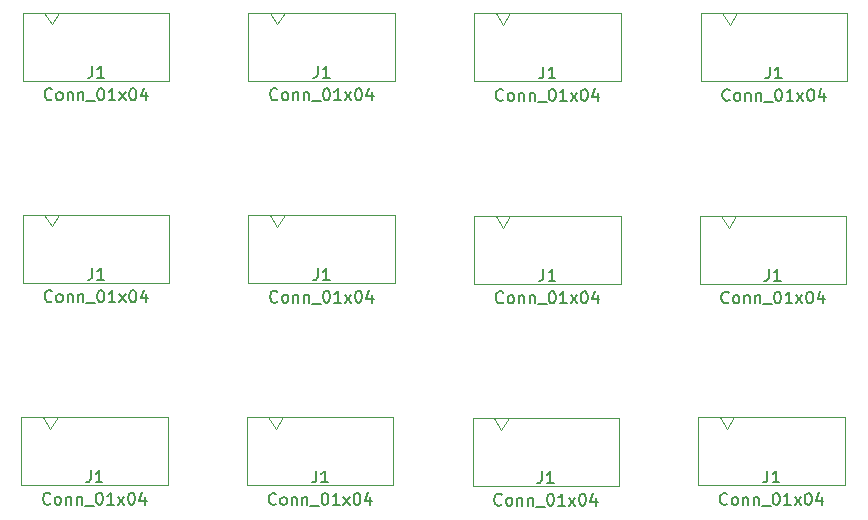
<source format=gbr>
%TF.GenerationSoftware,KiCad,Pcbnew,5.1.10-88a1d61d58~90~ubuntu20.04.1*%
%TF.CreationDate,2022-01-17T11:14:37+00:00*%
%TF.ProjectId,grove_adaptor_panel,67726f76-655f-4616-9461-70746f725f70,rev?*%
%TF.SameCoordinates,Original*%
%TF.FileFunction,Other,Fab,Top*%
%FSLAX46Y46*%
G04 Gerber Fmt 4.6, Leading zero omitted, Abs format (unit mm)*
G04 Created by KiCad (PCBNEW 5.1.10-88a1d61d58~90~ubuntu20.04.1) date 2022-01-17 11:14:37*
%MOMM*%
%LPD*%
G01*
G04 APERTURE LIST*
%ADD10C,0.100000*%
%ADD11C,0.150000*%
G04 APERTURE END LIST*
D10*
%TO.C,J1*%
X134043000Y-108672000D02*
X134043000Y-114422000D01*
X134043000Y-114422000D02*
X146443000Y-114422000D01*
X146443000Y-114422000D02*
X146443000Y-108672000D01*
X146443000Y-108672000D02*
X134043000Y-108672000D01*
X135868000Y-108672000D02*
X136493000Y-109672000D01*
X136493000Y-109672000D02*
X137118000Y-108672000D01*
X153220000Y-91527000D02*
X153220000Y-97277000D01*
X153220000Y-97277000D02*
X165620000Y-97277000D01*
X165620000Y-97277000D02*
X165620000Y-91527000D01*
X165620000Y-91527000D02*
X153220000Y-91527000D01*
X155045000Y-91527000D02*
X155670000Y-92527000D01*
X155670000Y-92527000D02*
X156295000Y-91527000D01*
X134043000Y-91527000D02*
X134043000Y-97277000D01*
X134043000Y-97277000D02*
X146443000Y-97277000D01*
X146443000Y-97277000D02*
X146443000Y-91527000D01*
X146443000Y-91527000D02*
X134043000Y-91527000D01*
X135868000Y-91527000D02*
X136493000Y-92527000D01*
X136493000Y-92527000D02*
X137118000Y-91527000D01*
X114929500Y-108608500D02*
X114929500Y-114358500D01*
X114929500Y-114358500D02*
X127329500Y-114358500D01*
X127329500Y-114358500D02*
X127329500Y-108608500D01*
X127329500Y-108608500D02*
X114929500Y-108608500D01*
X116754500Y-108608500D02*
X117379500Y-109608500D01*
X117379500Y-109608500D02*
X118004500Y-108608500D01*
X95699000Y-125715500D02*
X95699000Y-131465500D01*
X95699000Y-131465500D02*
X108099000Y-131465500D01*
X108099000Y-131465500D02*
X108099000Y-125715500D01*
X108099000Y-125715500D02*
X95699000Y-125715500D01*
X97524000Y-125715500D02*
X98149000Y-126715500D01*
X98149000Y-126715500D02*
X98774000Y-125715500D01*
X95826000Y-108570500D02*
X95826000Y-114320500D01*
X95826000Y-114320500D02*
X108226000Y-114320500D01*
X108226000Y-114320500D02*
X108226000Y-108570500D01*
X108226000Y-108570500D02*
X95826000Y-108570500D01*
X97651000Y-108570500D02*
X98276000Y-109570500D01*
X98276000Y-109570500D02*
X98901000Y-108570500D01*
X153009500Y-125737500D02*
X153009500Y-131487500D01*
X153009500Y-131487500D02*
X165409500Y-131487500D01*
X165409500Y-131487500D02*
X165409500Y-125737500D01*
X165409500Y-125737500D02*
X153009500Y-125737500D01*
X154834500Y-125737500D02*
X155459500Y-126737500D01*
X155459500Y-126737500D02*
X156084500Y-125737500D01*
X133906000Y-125801000D02*
X133906000Y-131551000D01*
X133906000Y-131551000D02*
X146306000Y-131551000D01*
X146306000Y-131551000D02*
X146306000Y-125801000D01*
X146306000Y-125801000D02*
X133906000Y-125801000D01*
X135731000Y-125801000D02*
X136356000Y-126801000D01*
X136356000Y-126801000D02*
X136981000Y-125801000D01*
X114802500Y-125737500D02*
X114802500Y-131487500D01*
X114802500Y-131487500D02*
X127202500Y-131487500D01*
X127202500Y-131487500D02*
X127202500Y-125737500D01*
X127202500Y-125737500D02*
X114802500Y-125737500D01*
X116627500Y-125737500D02*
X117252500Y-126737500D01*
X117252500Y-126737500D02*
X117877500Y-125737500D01*
X153136500Y-108675500D02*
X153136500Y-114425500D01*
X153136500Y-114425500D02*
X165536500Y-114425500D01*
X165536500Y-114425500D02*
X165536500Y-108675500D01*
X165536500Y-108675500D02*
X153136500Y-108675500D01*
X154961500Y-108675500D02*
X155586500Y-109675500D01*
X155586500Y-109675500D02*
X156211500Y-108675500D01*
X114929500Y-91467000D02*
X114929500Y-97217000D01*
X114929500Y-97217000D02*
X127329500Y-97217000D01*
X127329500Y-97217000D02*
X127329500Y-91467000D01*
X127329500Y-91467000D02*
X114929500Y-91467000D01*
X116754500Y-91467000D02*
X117379500Y-92467000D01*
X117379500Y-92467000D02*
X118004500Y-91467000D01*
X95826000Y-91467000D02*
X95826000Y-97217000D01*
X95826000Y-97217000D02*
X108226000Y-97217000D01*
X108226000Y-97217000D02*
X108226000Y-91467000D01*
X108226000Y-91467000D02*
X95826000Y-91467000D01*
X97651000Y-91467000D02*
X98276000Y-92467000D01*
X98276000Y-92467000D02*
X98901000Y-91467000D01*
%TD*%
%TO.C,J1*%
D11*
X136504904Y-115979142D02*
X136457285Y-116026761D01*
X136314428Y-116074380D01*
X136219190Y-116074380D01*
X136076333Y-116026761D01*
X135981095Y-115931523D01*
X135933476Y-115836285D01*
X135885857Y-115645809D01*
X135885857Y-115502952D01*
X135933476Y-115312476D01*
X135981095Y-115217238D01*
X136076333Y-115122000D01*
X136219190Y-115074380D01*
X136314428Y-115074380D01*
X136457285Y-115122000D01*
X136504904Y-115169619D01*
X137076333Y-116074380D02*
X136981095Y-116026761D01*
X136933476Y-115979142D01*
X136885857Y-115883904D01*
X136885857Y-115598190D01*
X136933476Y-115502952D01*
X136981095Y-115455333D01*
X137076333Y-115407714D01*
X137219190Y-115407714D01*
X137314428Y-115455333D01*
X137362047Y-115502952D01*
X137409666Y-115598190D01*
X137409666Y-115883904D01*
X137362047Y-115979142D01*
X137314428Y-116026761D01*
X137219190Y-116074380D01*
X137076333Y-116074380D01*
X137838238Y-115407714D02*
X137838238Y-116074380D01*
X137838238Y-115502952D02*
X137885857Y-115455333D01*
X137981095Y-115407714D01*
X138123952Y-115407714D01*
X138219190Y-115455333D01*
X138266809Y-115550571D01*
X138266809Y-116074380D01*
X138743000Y-115407714D02*
X138743000Y-116074380D01*
X138743000Y-115502952D02*
X138790619Y-115455333D01*
X138885857Y-115407714D01*
X139028714Y-115407714D01*
X139123952Y-115455333D01*
X139171571Y-115550571D01*
X139171571Y-116074380D01*
X139409666Y-116169619D02*
X140171571Y-116169619D01*
X140600142Y-115074380D02*
X140695380Y-115074380D01*
X140790619Y-115122000D01*
X140838238Y-115169619D01*
X140885857Y-115264857D01*
X140933476Y-115455333D01*
X140933476Y-115693428D01*
X140885857Y-115883904D01*
X140838238Y-115979142D01*
X140790619Y-116026761D01*
X140695380Y-116074380D01*
X140600142Y-116074380D01*
X140504904Y-116026761D01*
X140457285Y-115979142D01*
X140409666Y-115883904D01*
X140362047Y-115693428D01*
X140362047Y-115455333D01*
X140409666Y-115264857D01*
X140457285Y-115169619D01*
X140504904Y-115122000D01*
X140600142Y-115074380D01*
X141885857Y-116074380D02*
X141314428Y-116074380D01*
X141600142Y-116074380D02*
X141600142Y-115074380D01*
X141504904Y-115217238D01*
X141409666Y-115312476D01*
X141314428Y-115360095D01*
X142219190Y-116074380D02*
X142743000Y-115407714D01*
X142219190Y-115407714D02*
X142743000Y-116074380D01*
X143314428Y-115074380D02*
X143409666Y-115074380D01*
X143504904Y-115122000D01*
X143552523Y-115169619D01*
X143600142Y-115264857D01*
X143647761Y-115455333D01*
X143647761Y-115693428D01*
X143600142Y-115883904D01*
X143552523Y-115979142D01*
X143504904Y-116026761D01*
X143409666Y-116074380D01*
X143314428Y-116074380D01*
X143219190Y-116026761D01*
X143171571Y-115979142D01*
X143123952Y-115883904D01*
X143076333Y-115693428D01*
X143076333Y-115455333D01*
X143123952Y-115264857D01*
X143171571Y-115169619D01*
X143219190Y-115122000D01*
X143314428Y-115074380D01*
X144504904Y-115407714D02*
X144504904Y-116074380D01*
X144266809Y-115026761D02*
X144028714Y-115741047D01*
X144647761Y-115741047D01*
X139909666Y-113174380D02*
X139909666Y-113888666D01*
X139862047Y-114031523D01*
X139766809Y-114126761D01*
X139623952Y-114174380D01*
X139528714Y-114174380D01*
X140909666Y-114174380D02*
X140338238Y-114174380D01*
X140623952Y-114174380D02*
X140623952Y-113174380D01*
X140528714Y-113317238D01*
X140433476Y-113412476D01*
X140338238Y-113460095D01*
X155681904Y-98834142D02*
X155634285Y-98881761D01*
X155491428Y-98929380D01*
X155396190Y-98929380D01*
X155253333Y-98881761D01*
X155158095Y-98786523D01*
X155110476Y-98691285D01*
X155062857Y-98500809D01*
X155062857Y-98357952D01*
X155110476Y-98167476D01*
X155158095Y-98072238D01*
X155253333Y-97977000D01*
X155396190Y-97929380D01*
X155491428Y-97929380D01*
X155634285Y-97977000D01*
X155681904Y-98024619D01*
X156253333Y-98929380D02*
X156158095Y-98881761D01*
X156110476Y-98834142D01*
X156062857Y-98738904D01*
X156062857Y-98453190D01*
X156110476Y-98357952D01*
X156158095Y-98310333D01*
X156253333Y-98262714D01*
X156396190Y-98262714D01*
X156491428Y-98310333D01*
X156539047Y-98357952D01*
X156586666Y-98453190D01*
X156586666Y-98738904D01*
X156539047Y-98834142D01*
X156491428Y-98881761D01*
X156396190Y-98929380D01*
X156253333Y-98929380D01*
X157015238Y-98262714D02*
X157015238Y-98929380D01*
X157015238Y-98357952D02*
X157062857Y-98310333D01*
X157158095Y-98262714D01*
X157300952Y-98262714D01*
X157396190Y-98310333D01*
X157443809Y-98405571D01*
X157443809Y-98929380D01*
X157920000Y-98262714D02*
X157920000Y-98929380D01*
X157920000Y-98357952D02*
X157967619Y-98310333D01*
X158062857Y-98262714D01*
X158205714Y-98262714D01*
X158300952Y-98310333D01*
X158348571Y-98405571D01*
X158348571Y-98929380D01*
X158586666Y-99024619D02*
X159348571Y-99024619D01*
X159777142Y-97929380D02*
X159872380Y-97929380D01*
X159967619Y-97977000D01*
X160015238Y-98024619D01*
X160062857Y-98119857D01*
X160110476Y-98310333D01*
X160110476Y-98548428D01*
X160062857Y-98738904D01*
X160015238Y-98834142D01*
X159967619Y-98881761D01*
X159872380Y-98929380D01*
X159777142Y-98929380D01*
X159681904Y-98881761D01*
X159634285Y-98834142D01*
X159586666Y-98738904D01*
X159539047Y-98548428D01*
X159539047Y-98310333D01*
X159586666Y-98119857D01*
X159634285Y-98024619D01*
X159681904Y-97977000D01*
X159777142Y-97929380D01*
X161062857Y-98929380D02*
X160491428Y-98929380D01*
X160777142Y-98929380D02*
X160777142Y-97929380D01*
X160681904Y-98072238D01*
X160586666Y-98167476D01*
X160491428Y-98215095D01*
X161396190Y-98929380D02*
X161920000Y-98262714D01*
X161396190Y-98262714D02*
X161920000Y-98929380D01*
X162491428Y-97929380D02*
X162586666Y-97929380D01*
X162681904Y-97977000D01*
X162729523Y-98024619D01*
X162777142Y-98119857D01*
X162824761Y-98310333D01*
X162824761Y-98548428D01*
X162777142Y-98738904D01*
X162729523Y-98834142D01*
X162681904Y-98881761D01*
X162586666Y-98929380D01*
X162491428Y-98929380D01*
X162396190Y-98881761D01*
X162348571Y-98834142D01*
X162300952Y-98738904D01*
X162253333Y-98548428D01*
X162253333Y-98310333D01*
X162300952Y-98119857D01*
X162348571Y-98024619D01*
X162396190Y-97977000D01*
X162491428Y-97929380D01*
X163681904Y-98262714D02*
X163681904Y-98929380D01*
X163443809Y-97881761D02*
X163205714Y-98596047D01*
X163824761Y-98596047D01*
X159086666Y-96029380D02*
X159086666Y-96743666D01*
X159039047Y-96886523D01*
X158943809Y-96981761D01*
X158800952Y-97029380D01*
X158705714Y-97029380D01*
X160086666Y-97029380D02*
X159515238Y-97029380D01*
X159800952Y-97029380D02*
X159800952Y-96029380D01*
X159705714Y-96172238D01*
X159610476Y-96267476D01*
X159515238Y-96315095D01*
X136504904Y-98834142D02*
X136457285Y-98881761D01*
X136314428Y-98929380D01*
X136219190Y-98929380D01*
X136076333Y-98881761D01*
X135981095Y-98786523D01*
X135933476Y-98691285D01*
X135885857Y-98500809D01*
X135885857Y-98357952D01*
X135933476Y-98167476D01*
X135981095Y-98072238D01*
X136076333Y-97977000D01*
X136219190Y-97929380D01*
X136314428Y-97929380D01*
X136457285Y-97977000D01*
X136504904Y-98024619D01*
X137076333Y-98929380D02*
X136981095Y-98881761D01*
X136933476Y-98834142D01*
X136885857Y-98738904D01*
X136885857Y-98453190D01*
X136933476Y-98357952D01*
X136981095Y-98310333D01*
X137076333Y-98262714D01*
X137219190Y-98262714D01*
X137314428Y-98310333D01*
X137362047Y-98357952D01*
X137409666Y-98453190D01*
X137409666Y-98738904D01*
X137362047Y-98834142D01*
X137314428Y-98881761D01*
X137219190Y-98929380D01*
X137076333Y-98929380D01*
X137838238Y-98262714D02*
X137838238Y-98929380D01*
X137838238Y-98357952D02*
X137885857Y-98310333D01*
X137981095Y-98262714D01*
X138123952Y-98262714D01*
X138219190Y-98310333D01*
X138266809Y-98405571D01*
X138266809Y-98929380D01*
X138743000Y-98262714D02*
X138743000Y-98929380D01*
X138743000Y-98357952D02*
X138790619Y-98310333D01*
X138885857Y-98262714D01*
X139028714Y-98262714D01*
X139123952Y-98310333D01*
X139171571Y-98405571D01*
X139171571Y-98929380D01*
X139409666Y-99024619D02*
X140171571Y-99024619D01*
X140600142Y-97929380D02*
X140695380Y-97929380D01*
X140790619Y-97977000D01*
X140838238Y-98024619D01*
X140885857Y-98119857D01*
X140933476Y-98310333D01*
X140933476Y-98548428D01*
X140885857Y-98738904D01*
X140838238Y-98834142D01*
X140790619Y-98881761D01*
X140695380Y-98929380D01*
X140600142Y-98929380D01*
X140504904Y-98881761D01*
X140457285Y-98834142D01*
X140409666Y-98738904D01*
X140362047Y-98548428D01*
X140362047Y-98310333D01*
X140409666Y-98119857D01*
X140457285Y-98024619D01*
X140504904Y-97977000D01*
X140600142Y-97929380D01*
X141885857Y-98929380D02*
X141314428Y-98929380D01*
X141600142Y-98929380D02*
X141600142Y-97929380D01*
X141504904Y-98072238D01*
X141409666Y-98167476D01*
X141314428Y-98215095D01*
X142219190Y-98929380D02*
X142743000Y-98262714D01*
X142219190Y-98262714D02*
X142743000Y-98929380D01*
X143314428Y-97929380D02*
X143409666Y-97929380D01*
X143504904Y-97977000D01*
X143552523Y-98024619D01*
X143600142Y-98119857D01*
X143647761Y-98310333D01*
X143647761Y-98548428D01*
X143600142Y-98738904D01*
X143552523Y-98834142D01*
X143504904Y-98881761D01*
X143409666Y-98929380D01*
X143314428Y-98929380D01*
X143219190Y-98881761D01*
X143171571Y-98834142D01*
X143123952Y-98738904D01*
X143076333Y-98548428D01*
X143076333Y-98310333D01*
X143123952Y-98119857D01*
X143171571Y-98024619D01*
X143219190Y-97977000D01*
X143314428Y-97929380D01*
X144504904Y-98262714D02*
X144504904Y-98929380D01*
X144266809Y-97881761D02*
X144028714Y-98596047D01*
X144647761Y-98596047D01*
X139909666Y-96029380D02*
X139909666Y-96743666D01*
X139862047Y-96886523D01*
X139766809Y-96981761D01*
X139623952Y-97029380D01*
X139528714Y-97029380D01*
X140909666Y-97029380D02*
X140338238Y-97029380D01*
X140623952Y-97029380D02*
X140623952Y-96029380D01*
X140528714Y-96172238D01*
X140433476Y-96267476D01*
X140338238Y-96315095D01*
X117391404Y-115915642D02*
X117343785Y-115963261D01*
X117200928Y-116010880D01*
X117105690Y-116010880D01*
X116962833Y-115963261D01*
X116867595Y-115868023D01*
X116819976Y-115772785D01*
X116772357Y-115582309D01*
X116772357Y-115439452D01*
X116819976Y-115248976D01*
X116867595Y-115153738D01*
X116962833Y-115058500D01*
X117105690Y-115010880D01*
X117200928Y-115010880D01*
X117343785Y-115058500D01*
X117391404Y-115106119D01*
X117962833Y-116010880D02*
X117867595Y-115963261D01*
X117819976Y-115915642D01*
X117772357Y-115820404D01*
X117772357Y-115534690D01*
X117819976Y-115439452D01*
X117867595Y-115391833D01*
X117962833Y-115344214D01*
X118105690Y-115344214D01*
X118200928Y-115391833D01*
X118248547Y-115439452D01*
X118296166Y-115534690D01*
X118296166Y-115820404D01*
X118248547Y-115915642D01*
X118200928Y-115963261D01*
X118105690Y-116010880D01*
X117962833Y-116010880D01*
X118724738Y-115344214D02*
X118724738Y-116010880D01*
X118724738Y-115439452D02*
X118772357Y-115391833D01*
X118867595Y-115344214D01*
X119010452Y-115344214D01*
X119105690Y-115391833D01*
X119153309Y-115487071D01*
X119153309Y-116010880D01*
X119629500Y-115344214D02*
X119629500Y-116010880D01*
X119629500Y-115439452D02*
X119677119Y-115391833D01*
X119772357Y-115344214D01*
X119915214Y-115344214D01*
X120010452Y-115391833D01*
X120058071Y-115487071D01*
X120058071Y-116010880D01*
X120296166Y-116106119D02*
X121058071Y-116106119D01*
X121486642Y-115010880D02*
X121581880Y-115010880D01*
X121677119Y-115058500D01*
X121724738Y-115106119D01*
X121772357Y-115201357D01*
X121819976Y-115391833D01*
X121819976Y-115629928D01*
X121772357Y-115820404D01*
X121724738Y-115915642D01*
X121677119Y-115963261D01*
X121581880Y-116010880D01*
X121486642Y-116010880D01*
X121391404Y-115963261D01*
X121343785Y-115915642D01*
X121296166Y-115820404D01*
X121248547Y-115629928D01*
X121248547Y-115391833D01*
X121296166Y-115201357D01*
X121343785Y-115106119D01*
X121391404Y-115058500D01*
X121486642Y-115010880D01*
X122772357Y-116010880D02*
X122200928Y-116010880D01*
X122486642Y-116010880D02*
X122486642Y-115010880D01*
X122391404Y-115153738D01*
X122296166Y-115248976D01*
X122200928Y-115296595D01*
X123105690Y-116010880D02*
X123629500Y-115344214D01*
X123105690Y-115344214D02*
X123629500Y-116010880D01*
X124200928Y-115010880D02*
X124296166Y-115010880D01*
X124391404Y-115058500D01*
X124439023Y-115106119D01*
X124486642Y-115201357D01*
X124534261Y-115391833D01*
X124534261Y-115629928D01*
X124486642Y-115820404D01*
X124439023Y-115915642D01*
X124391404Y-115963261D01*
X124296166Y-116010880D01*
X124200928Y-116010880D01*
X124105690Y-115963261D01*
X124058071Y-115915642D01*
X124010452Y-115820404D01*
X123962833Y-115629928D01*
X123962833Y-115391833D01*
X124010452Y-115201357D01*
X124058071Y-115106119D01*
X124105690Y-115058500D01*
X124200928Y-115010880D01*
X125391404Y-115344214D02*
X125391404Y-116010880D01*
X125153309Y-114963261D02*
X124915214Y-115677547D01*
X125534261Y-115677547D01*
X120796166Y-113110880D02*
X120796166Y-113825166D01*
X120748547Y-113968023D01*
X120653309Y-114063261D01*
X120510452Y-114110880D01*
X120415214Y-114110880D01*
X121796166Y-114110880D02*
X121224738Y-114110880D01*
X121510452Y-114110880D02*
X121510452Y-113110880D01*
X121415214Y-113253738D01*
X121319976Y-113348976D01*
X121224738Y-113396595D01*
X98160904Y-133022642D02*
X98113285Y-133070261D01*
X97970428Y-133117880D01*
X97875190Y-133117880D01*
X97732333Y-133070261D01*
X97637095Y-132975023D01*
X97589476Y-132879785D01*
X97541857Y-132689309D01*
X97541857Y-132546452D01*
X97589476Y-132355976D01*
X97637095Y-132260738D01*
X97732333Y-132165500D01*
X97875190Y-132117880D01*
X97970428Y-132117880D01*
X98113285Y-132165500D01*
X98160904Y-132213119D01*
X98732333Y-133117880D02*
X98637095Y-133070261D01*
X98589476Y-133022642D01*
X98541857Y-132927404D01*
X98541857Y-132641690D01*
X98589476Y-132546452D01*
X98637095Y-132498833D01*
X98732333Y-132451214D01*
X98875190Y-132451214D01*
X98970428Y-132498833D01*
X99018047Y-132546452D01*
X99065666Y-132641690D01*
X99065666Y-132927404D01*
X99018047Y-133022642D01*
X98970428Y-133070261D01*
X98875190Y-133117880D01*
X98732333Y-133117880D01*
X99494238Y-132451214D02*
X99494238Y-133117880D01*
X99494238Y-132546452D02*
X99541857Y-132498833D01*
X99637095Y-132451214D01*
X99779952Y-132451214D01*
X99875190Y-132498833D01*
X99922809Y-132594071D01*
X99922809Y-133117880D01*
X100399000Y-132451214D02*
X100399000Y-133117880D01*
X100399000Y-132546452D02*
X100446619Y-132498833D01*
X100541857Y-132451214D01*
X100684714Y-132451214D01*
X100779952Y-132498833D01*
X100827571Y-132594071D01*
X100827571Y-133117880D01*
X101065666Y-133213119D02*
X101827571Y-133213119D01*
X102256142Y-132117880D02*
X102351380Y-132117880D01*
X102446619Y-132165500D01*
X102494238Y-132213119D01*
X102541857Y-132308357D01*
X102589476Y-132498833D01*
X102589476Y-132736928D01*
X102541857Y-132927404D01*
X102494238Y-133022642D01*
X102446619Y-133070261D01*
X102351380Y-133117880D01*
X102256142Y-133117880D01*
X102160904Y-133070261D01*
X102113285Y-133022642D01*
X102065666Y-132927404D01*
X102018047Y-132736928D01*
X102018047Y-132498833D01*
X102065666Y-132308357D01*
X102113285Y-132213119D01*
X102160904Y-132165500D01*
X102256142Y-132117880D01*
X103541857Y-133117880D02*
X102970428Y-133117880D01*
X103256142Y-133117880D02*
X103256142Y-132117880D01*
X103160904Y-132260738D01*
X103065666Y-132355976D01*
X102970428Y-132403595D01*
X103875190Y-133117880D02*
X104399000Y-132451214D01*
X103875190Y-132451214D02*
X104399000Y-133117880D01*
X104970428Y-132117880D02*
X105065666Y-132117880D01*
X105160904Y-132165500D01*
X105208523Y-132213119D01*
X105256142Y-132308357D01*
X105303761Y-132498833D01*
X105303761Y-132736928D01*
X105256142Y-132927404D01*
X105208523Y-133022642D01*
X105160904Y-133070261D01*
X105065666Y-133117880D01*
X104970428Y-133117880D01*
X104875190Y-133070261D01*
X104827571Y-133022642D01*
X104779952Y-132927404D01*
X104732333Y-132736928D01*
X104732333Y-132498833D01*
X104779952Y-132308357D01*
X104827571Y-132213119D01*
X104875190Y-132165500D01*
X104970428Y-132117880D01*
X106160904Y-132451214D02*
X106160904Y-133117880D01*
X105922809Y-132070261D02*
X105684714Y-132784547D01*
X106303761Y-132784547D01*
X101565666Y-130217880D02*
X101565666Y-130932166D01*
X101518047Y-131075023D01*
X101422809Y-131170261D01*
X101279952Y-131217880D01*
X101184714Y-131217880D01*
X102565666Y-131217880D02*
X101994238Y-131217880D01*
X102279952Y-131217880D02*
X102279952Y-130217880D01*
X102184714Y-130360738D01*
X102089476Y-130455976D01*
X101994238Y-130503595D01*
X98287904Y-115877642D02*
X98240285Y-115925261D01*
X98097428Y-115972880D01*
X98002190Y-115972880D01*
X97859333Y-115925261D01*
X97764095Y-115830023D01*
X97716476Y-115734785D01*
X97668857Y-115544309D01*
X97668857Y-115401452D01*
X97716476Y-115210976D01*
X97764095Y-115115738D01*
X97859333Y-115020500D01*
X98002190Y-114972880D01*
X98097428Y-114972880D01*
X98240285Y-115020500D01*
X98287904Y-115068119D01*
X98859333Y-115972880D02*
X98764095Y-115925261D01*
X98716476Y-115877642D01*
X98668857Y-115782404D01*
X98668857Y-115496690D01*
X98716476Y-115401452D01*
X98764095Y-115353833D01*
X98859333Y-115306214D01*
X99002190Y-115306214D01*
X99097428Y-115353833D01*
X99145047Y-115401452D01*
X99192666Y-115496690D01*
X99192666Y-115782404D01*
X99145047Y-115877642D01*
X99097428Y-115925261D01*
X99002190Y-115972880D01*
X98859333Y-115972880D01*
X99621238Y-115306214D02*
X99621238Y-115972880D01*
X99621238Y-115401452D02*
X99668857Y-115353833D01*
X99764095Y-115306214D01*
X99906952Y-115306214D01*
X100002190Y-115353833D01*
X100049809Y-115449071D01*
X100049809Y-115972880D01*
X100526000Y-115306214D02*
X100526000Y-115972880D01*
X100526000Y-115401452D02*
X100573619Y-115353833D01*
X100668857Y-115306214D01*
X100811714Y-115306214D01*
X100906952Y-115353833D01*
X100954571Y-115449071D01*
X100954571Y-115972880D01*
X101192666Y-116068119D02*
X101954571Y-116068119D01*
X102383142Y-114972880D02*
X102478380Y-114972880D01*
X102573619Y-115020500D01*
X102621238Y-115068119D01*
X102668857Y-115163357D01*
X102716476Y-115353833D01*
X102716476Y-115591928D01*
X102668857Y-115782404D01*
X102621238Y-115877642D01*
X102573619Y-115925261D01*
X102478380Y-115972880D01*
X102383142Y-115972880D01*
X102287904Y-115925261D01*
X102240285Y-115877642D01*
X102192666Y-115782404D01*
X102145047Y-115591928D01*
X102145047Y-115353833D01*
X102192666Y-115163357D01*
X102240285Y-115068119D01*
X102287904Y-115020500D01*
X102383142Y-114972880D01*
X103668857Y-115972880D02*
X103097428Y-115972880D01*
X103383142Y-115972880D02*
X103383142Y-114972880D01*
X103287904Y-115115738D01*
X103192666Y-115210976D01*
X103097428Y-115258595D01*
X104002190Y-115972880D02*
X104526000Y-115306214D01*
X104002190Y-115306214D02*
X104526000Y-115972880D01*
X105097428Y-114972880D02*
X105192666Y-114972880D01*
X105287904Y-115020500D01*
X105335523Y-115068119D01*
X105383142Y-115163357D01*
X105430761Y-115353833D01*
X105430761Y-115591928D01*
X105383142Y-115782404D01*
X105335523Y-115877642D01*
X105287904Y-115925261D01*
X105192666Y-115972880D01*
X105097428Y-115972880D01*
X105002190Y-115925261D01*
X104954571Y-115877642D01*
X104906952Y-115782404D01*
X104859333Y-115591928D01*
X104859333Y-115353833D01*
X104906952Y-115163357D01*
X104954571Y-115068119D01*
X105002190Y-115020500D01*
X105097428Y-114972880D01*
X106287904Y-115306214D02*
X106287904Y-115972880D01*
X106049809Y-114925261D02*
X105811714Y-115639547D01*
X106430761Y-115639547D01*
X101692666Y-113072880D02*
X101692666Y-113787166D01*
X101645047Y-113930023D01*
X101549809Y-114025261D01*
X101406952Y-114072880D01*
X101311714Y-114072880D01*
X102692666Y-114072880D02*
X102121238Y-114072880D01*
X102406952Y-114072880D02*
X102406952Y-113072880D01*
X102311714Y-113215738D01*
X102216476Y-113310976D01*
X102121238Y-113358595D01*
X155471404Y-133044642D02*
X155423785Y-133092261D01*
X155280928Y-133139880D01*
X155185690Y-133139880D01*
X155042833Y-133092261D01*
X154947595Y-132997023D01*
X154899976Y-132901785D01*
X154852357Y-132711309D01*
X154852357Y-132568452D01*
X154899976Y-132377976D01*
X154947595Y-132282738D01*
X155042833Y-132187500D01*
X155185690Y-132139880D01*
X155280928Y-132139880D01*
X155423785Y-132187500D01*
X155471404Y-132235119D01*
X156042833Y-133139880D02*
X155947595Y-133092261D01*
X155899976Y-133044642D01*
X155852357Y-132949404D01*
X155852357Y-132663690D01*
X155899976Y-132568452D01*
X155947595Y-132520833D01*
X156042833Y-132473214D01*
X156185690Y-132473214D01*
X156280928Y-132520833D01*
X156328547Y-132568452D01*
X156376166Y-132663690D01*
X156376166Y-132949404D01*
X156328547Y-133044642D01*
X156280928Y-133092261D01*
X156185690Y-133139880D01*
X156042833Y-133139880D01*
X156804738Y-132473214D02*
X156804738Y-133139880D01*
X156804738Y-132568452D02*
X156852357Y-132520833D01*
X156947595Y-132473214D01*
X157090452Y-132473214D01*
X157185690Y-132520833D01*
X157233309Y-132616071D01*
X157233309Y-133139880D01*
X157709500Y-132473214D02*
X157709500Y-133139880D01*
X157709500Y-132568452D02*
X157757119Y-132520833D01*
X157852357Y-132473214D01*
X157995214Y-132473214D01*
X158090452Y-132520833D01*
X158138071Y-132616071D01*
X158138071Y-133139880D01*
X158376166Y-133235119D02*
X159138071Y-133235119D01*
X159566642Y-132139880D02*
X159661880Y-132139880D01*
X159757119Y-132187500D01*
X159804738Y-132235119D01*
X159852357Y-132330357D01*
X159899976Y-132520833D01*
X159899976Y-132758928D01*
X159852357Y-132949404D01*
X159804738Y-133044642D01*
X159757119Y-133092261D01*
X159661880Y-133139880D01*
X159566642Y-133139880D01*
X159471404Y-133092261D01*
X159423785Y-133044642D01*
X159376166Y-132949404D01*
X159328547Y-132758928D01*
X159328547Y-132520833D01*
X159376166Y-132330357D01*
X159423785Y-132235119D01*
X159471404Y-132187500D01*
X159566642Y-132139880D01*
X160852357Y-133139880D02*
X160280928Y-133139880D01*
X160566642Y-133139880D02*
X160566642Y-132139880D01*
X160471404Y-132282738D01*
X160376166Y-132377976D01*
X160280928Y-132425595D01*
X161185690Y-133139880D02*
X161709500Y-132473214D01*
X161185690Y-132473214D02*
X161709500Y-133139880D01*
X162280928Y-132139880D02*
X162376166Y-132139880D01*
X162471404Y-132187500D01*
X162519023Y-132235119D01*
X162566642Y-132330357D01*
X162614261Y-132520833D01*
X162614261Y-132758928D01*
X162566642Y-132949404D01*
X162519023Y-133044642D01*
X162471404Y-133092261D01*
X162376166Y-133139880D01*
X162280928Y-133139880D01*
X162185690Y-133092261D01*
X162138071Y-133044642D01*
X162090452Y-132949404D01*
X162042833Y-132758928D01*
X162042833Y-132520833D01*
X162090452Y-132330357D01*
X162138071Y-132235119D01*
X162185690Y-132187500D01*
X162280928Y-132139880D01*
X163471404Y-132473214D02*
X163471404Y-133139880D01*
X163233309Y-132092261D02*
X162995214Y-132806547D01*
X163614261Y-132806547D01*
X158876166Y-130239880D02*
X158876166Y-130954166D01*
X158828547Y-131097023D01*
X158733309Y-131192261D01*
X158590452Y-131239880D01*
X158495214Y-131239880D01*
X159876166Y-131239880D02*
X159304738Y-131239880D01*
X159590452Y-131239880D02*
X159590452Y-130239880D01*
X159495214Y-130382738D01*
X159399976Y-130477976D01*
X159304738Y-130525595D01*
X136367904Y-133108142D02*
X136320285Y-133155761D01*
X136177428Y-133203380D01*
X136082190Y-133203380D01*
X135939333Y-133155761D01*
X135844095Y-133060523D01*
X135796476Y-132965285D01*
X135748857Y-132774809D01*
X135748857Y-132631952D01*
X135796476Y-132441476D01*
X135844095Y-132346238D01*
X135939333Y-132251000D01*
X136082190Y-132203380D01*
X136177428Y-132203380D01*
X136320285Y-132251000D01*
X136367904Y-132298619D01*
X136939333Y-133203380D02*
X136844095Y-133155761D01*
X136796476Y-133108142D01*
X136748857Y-133012904D01*
X136748857Y-132727190D01*
X136796476Y-132631952D01*
X136844095Y-132584333D01*
X136939333Y-132536714D01*
X137082190Y-132536714D01*
X137177428Y-132584333D01*
X137225047Y-132631952D01*
X137272666Y-132727190D01*
X137272666Y-133012904D01*
X137225047Y-133108142D01*
X137177428Y-133155761D01*
X137082190Y-133203380D01*
X136939333Y-133203380D01*
X137701238Y-132536714D02*
X137701238Y-133203380D01*
X137701238Y-132631952D02*
X137748857Y-132584333D01*
X137844095Y-132536714D01*
X137986952Y-132536714D01*
X138082190Y-132584333D01*
X138129809Y-132679571D01*
X138129809Y-133203380D01*
X138606000Y-132536714D02*
X138606000Y-133203380D01*
X138606000Y-132631952D02*
X138653619Y-132584333D01*
X138748857Y-132536714D01*
X138891714Y-132536714D01*
X138986952Y-132584333D01*
X139034571Y-132679571D01*
X139034571Y-133203380D01*
X139272666Y-133298619D02*
X140034571Y-133298619D01*
X140463142Y-132203380D02*
X140558380Y-132203380D01*
X140653619Y-132251000D01*
X140701238Y-132298619D01*
X140748857Y-132393857D01*
X140796476Y-132584333D01*
X140796476Y-132822428D01*
X140748857Y-133012904D01*
X140701238Y-133108142D01*
X140653619Y-133155761D01*
X140558380Y-133203380D01*
X140463142Y-133203380D01*
X140367904Y-133155761D01*
X140320285Y-133108142D01*
X140272666Y-133012904D01*
X140225047Y-132822428D01*
X140225047Y-132584333D01*
X140272666Y-132393857D01*
X140320285Y-132298619D01*
X140367904Y-132251000D01*
X140463142Y-132203380D01*
X141748857Y-133203380D02*
X141177428Y-133203380D01*
X141463142Y-133203380D02*
X141463142Y-132203380D01*
X141367904Y-132346238D01*
X141272666Y-132441476D01*
X141177428Y-132489095D01*
X142082190Y-133203380D02*
X142606000Y-132536714D01*
X142082190Y-132536714D02*
X142606000Y-133203380D01*
X143177428Y-132203380D02*
X143272666Y-132203380D01*
X143367904Y-132251000D01*
X143415523Y-132298619D01*
X143463142Y-132393857D01*
X143510761Y-132584333D01*
X143510761Y-132822428D01*
X143463142Y-133012904D01*
X143415523Y-133108142D01*
X143367904Y-133155761D01*
X143272666Y-133203380D01*
X143177428Y-133203380D01*
X143082190Y-133155761D01*
X143034571Y-133108142D01*
X142986952Y-133012904D01*
X142939333Y-132822428D01*
X142939333Y-132584333D01*
X142986952Y-132393857D01*
X143034571Y-132298619D01*
X143082190Y-132251000D01*
X143177428Y-132203380D01*
X144367904Y-132536714D02*
X144367904Y-133203380D01*
X144129809Y-132155761D02*
X143891714Y-132870047D01*
X144510761Y-132870047D01*
X139772666Y-130303380D02*
X139772666Y-131017666D01*
X139725047Y-131160523D01*
X139629809Y-131255761D01*
X139486952Y-131303380D01*
X139391714Y-131303380D01*
X140772666Y-131303380D02*
X140201238Y-131303380D01*
X140486952Y-131303380D02*
X140486952Y-130303380D01*
X140391714Y-130446238D01*
X140296476Y-130541476D01*
X140201238Y-130589095D01*
X117264404Y-133044642D02*
X117216785Y-133092261D01*
X117073928Y-133139880D01*
X116978690Y-133139880D01*
X116835833Y-133092261D01*
X116740595Y-132997023D01*
X116692976Y-132901785D01*
X116645357Y-132711309D01*
X116645357Y-132568452D01*
X116692976Y-132377976D01*
X116740595Y-132282738D01*
X116835833Y-132187500D01*
X116978690Y-132139880D01*
X117073928Y-132139880D01*
X117216785Y-132187500D01*
X117264404Y-132235119D01*
X117835833Y-133139880D02*
X117740595Y-133092261D01*
X117692976Y-133044642D01*
X117645357Y-132949404D01*
X117645357Y-132663690D01*
X117692976Y-132568452D01*
X117740595Y-132520833D01*
X117835833Y-132473214D01*
X117978690Y-132473214D01*
X118073928Y-132520833D01*
X118121547Y-132568452D01*
X118169166Y-132663690D01*
X118169166Y-132949404D01*
X118121547Y-133044642D01*
X118073928Y-133092261D01*
X117978690Y-133139880D01*
X117835833Y-133139880D01*
X118597738Y-132473214D02*
X118597738Y-133139880D01*
X118597738Y-132568452D02*
X118645357Y-132520833D01*
X118740595Y-132473214D01*
X118883452Y-132473214D01*
X118978690Y-132520833D01*
X119026309Y-132616071D01*
X119026309Y-133139880D01*
X119502500Y-132473214D02*
X119502500Y-133139880D01*
X119502500Y-132568452D02*
X119550119Y-132520833D01*
X119645357Y-132473214D01*
X119788214Y-132473214D01*
X119883452Y-132520833D01*
X119931071Y-132616071D01*
X119931071Y-133139880D01*
X120169166Y-133235119D02*
X120931071Y-133235119D01*
X121359642Y-132139880D02*
X121454880Y-132139880D01*
X121550119Y-132187500D01*
X121597738Y-132235119D01*
X121645357Y-132330357D01*
X121692976Y-132520833D01*
X121692976Y-132758928D01*
X121645357Y-132949404D01*
X121597738Y-133044642D01*
X121550119Y-133092261D01*
X121454880Y-133139880D01*
X121359642Y-133139880D01*
X121264404Y-133092261D01*
X121216785Y-133044642D01*
X121169166Y-132949404D01*
X121121547Y-132758928D01*
X121121547Y-132520833D01*
X121169166Y-132330357D01*
X121216785Y-132235119D01*
X121264404Y-132187500D01*
X121359642Y-132139880D01*
X122645357Y-133139880D02*
X122073928Y-133139880D01*
X122359642Y-133139880D02*
X122359642Y-132139880D01*
X122264404Y-132282738D01*
X122169166Y-132377976D01*
X122073928Y-132425595D01*
X122978690Y-133139880D02*
X123502500Y-132473214D01*
X122978690Y-132473214D02*
X123502500Y-133139880D01*
X124073928Y-132139880D02*
X124169166Y-132139880D01*
X124264404Y-132187500D01*
X124312023Y-132235119D01*
X124359642Y-132330357D01*
X124407261Y-132520833D01*
X124407261Y-132758928D01*
X124359642Y-132949404D01*
X124312023Y-133044642D01*
X124264404Y-133092261D01*
X124169166Y-133139880D01*
X124073928Y-133139880D01*
X123978690Y-133092261D01*
X123931071Y-133044642D01*
X123883452Y-132949404D01*
X123835833Y-132758928D01*
X123835833Y-132520833D01*
X123883452Y-132330357D01*
X123931071Y-132235119D01*
X123978690Y-132187500D01*
X124073928Y-132139880D01*
X125264404Y-132473214D02*
X125264404Y-133139880D01*
X125026309Y-132092261D02*
X124788214Y-132806547D01*
X125407261Y-132806547D01*
X120669166Y-130239880D02*
X120669166Y-130954166D01*
X120621547Y-131097023D01*
X120526309Y-131192261D01*
X120383452Y-131239880D01*
X120288214Y-131239880D01*
X121669166Y-131239880D02*
X121097738Y-131239880D01*
X121383452Y-131239880D02*
X121383452Y-130239880D01*
X121288214Y-130382738D01*
X121192976Y-130477976D01*
X121097738Y-130525595D01*
X155598404Y-115982642D02*
X155550785Y-116030261D01*
X155407928Y-116077880D01*
X155312690Y-116077880D01*
X155169833Y-116030261D01*
X155074595Y-115935023D01*
X155026976Y-115839785D01*
X154979357Y-115649309D01*
X154979357Y-115506452D01*
X155026976Y-115315976D01*
X155074595Y-115220738D01*
X155169833Y-115125500D01*
X155312690Y-115077880D01*
X155407928Y-115077880D01*
X155550785Y-115125500D01*
X155598404Y-115173119D01*
X156169833Y-116077880D02*
X156074595Y-116030261D01*
X156026976Y-115982642D01*
X155979357Y-115887404D01*
X155979357Y-115601690D01*
X156026976Y-115506452D01*
X156074595Y-115458833D01*
X156169833Y-115411214D01*
X156312690Y-115411214D01*
X156407928Y-115458833D01*
X156455547Y-115506452D01*
X156503166Y-115601690D01*
X156503166Y-115887404D01*
X156455547Y-115982642D01*
X156407928Y-116030261D01*
X156312690Y-116077880D01*
X156169833Y-116077880D01*
X156931738Y-115411214D02*
X156931738Y-116077880D01*
X156931738Y-115506452D02*
X156979357Y-115458833D01*
X157074595Y-115411214D01*
X157217452Y-115411214D01*
X157312690Y-115458833D01*
X157360309Y-115554071D01*
X157360309Y-116077880D01*
X157836500Y-115411214D02*
X157836500Y-116077880D01*
X157836500Y-115506452D02*
X157884119Y-115458833D01*
X157979357Y-115411214D01*
X158122214Y-115411214D01*
X158217452Y-115458833D01*
X158265071Y-115554071D01*
X158265071Y-116077880D01*
X158503166Y-116173119D02*
X159265071Y-116173119D01*
X159693642Y-115077880D02*
X159788880Y-115077880D01*
X159884119Y-115125500D01*
X159931738Y-115173119D01*
X159979357Y-115268357D01*
X160026976Y-115458833D01*
X160026976Y-115696928D01*
X159979357Y-115887404D01*
X159931738Y-115982642D01*
X159884119Y-116030261D01*
X159788880Y-116077880D01*
X159693642Y-116077880D01*
X159598404Y-116030261D01*
X159550785Y-115982642D01*
X159503166Y-115887404D01*
X159455547Y-115696928D01*
X159455547Y-115458833D01*
X159503166Y-115268357D01*
X159550785Y-115173119D01*
X159598404Y-115125500D01*
X159693642Y-115077880D01*
X160979357Y-116077880D02*
X160407928Y-116077880D01*
X160693642Y-116077880D02*
X160693642Y-115077880D01*
X160598404Y-115220738D01*
X160503166Y-115315976D01*
X160407928Y-115363595D01*
X161312690Y-116077880D02*
X161836500Y-115411214D01*
X161312690Y-115411214D02*
X161836500Y-116077880D01*
X162407928Y-115077880D02*
X162503166Y-115077880D01*
X162598404Y-115125500D01*
X162646023Y-115173119D01*
X162693642Y-115268357D01*
X162741261Y-115458833D01*
X162741261Y-115696928D01*
X162693642Y-115887404D01*
X162646023Y-115982642D01*
X162598404Y-116030261D01*
X162503166Y-116077880D01*
X162407928Y-116077880D01*
X162312690Y-116030261D01*
X162265071Y-115982642D01*
X162217452Y-115887404D01*
X162169833Y-115696928D01*
X162169833Y-115458833D01*
X162217452Y-115268357D01*
X162265071Y-115173119D01*
X162312690Y-115125500D01*
X162407928Y-115077880D01*
X163598404Y-115411214D02*
X163598404Y-116077880D01*
X163360309Y-115030261D02*
X163122214Y-115744547D01*
X163741261Y-115744547D01*
X159003166Y-113177880D02*
X159003166Y-113892166D01*
X158955547Y-114035023D01*
X158860309Y-114130261D01*
X158717452Y-114177880D01*
X158622214Y-114177880D01*
X160003166Y-114177880D02*
X159431738Y-114177880D01*
X159717452Y-114177880D02*
X159717452Y-113177880D01*
X159622214Y-113320738D01*
X159526976Y-113415976D01*
X159431738Y-113463595D01*
X117391404Y-98774142D02*
X117343785Y-98821761D01*
X117200928Y-98869380D01*
X117105690Y-98869380D01*
X116962833Y-98821761D01*
X116867595Y-98726523D01*
X116819976Y-98631285D01*
X116772357Y-98440809D01*
X116772357Y-98297952D01*
X116819976Y-98107476D01*
X116867595Y-98012238D01*
X116962833Y-97917000D01*
X117105690Y-97869380D01*
X117200928Y-97869380D01*
X117343785Y-97917000D01*
X117391404Y-97964619D01*
X117962833Y-98869380D02*
X117867595Y-98821761D01*
X117819976Y-98774142D01*
X117772357Y-98678904D01*
X117772357Y-98393190D01*
X117819976Y-98297952D01*
X117867595Y-98250333D01*
X117962833Y-98202714D01*
X118105690Y-98202714D01*
X118200928Y-98250333D01*
X118248547Y-98297952D01*
X118296166Y-98393190D01*
X118296166Y-98678904D01*
X118248547Y-98774142D01*
X118200928Y-98821761D01*
X118105690Y-98869380D01*
X117962833Y-98869380D01*
X118724738Y-98202714D02*
X118724738Y-98869380D01*
X118724738Y-98297952D02*
X118772357Y-98250333D01*
X118867595Y-98202714D01*
X119010452Y-98202714D01*
X119105690Y-98250333D01*
X119153309Y-98345571D01*
X119153309Y-98869380D01*
X119629500Y-98202714D02*
X119629500Y-98869380D01*
X119629500Y-98297952D02*
X119677119Y-98250333D01*
X119772357Y-98202714D01*
X119915214Y-98202714D01*
X120010452Y-98250333D01*
X120058071Y-98345571D01*
X120058071Y-98869380D01*
X120296166Y-98964619D02*
X121058071Y-98964619D01*
X121486642Y-97869380D02*
X121581880Y-97869380D01*
X121677119Y-97917000D01*
X121724738Y-97964619D01*
X121772357Y-98059857D01*
X121819976Y-98250333D01*
X121819976Y-98488428D01*
X121772357Y-98678904D01*
X121724738Y-98774142D01*
X121677119Y-98821761D01*
X121581880Y-98869380D01*
X121486642Y-98869380D01*
X121391404Y-98821761D01*
X121343785Y-98774142D01*
X121296166Y-98678904D01*
X121248547Y-98488428D01*
X121248547Y-98250333D01*
X121296166Y-98059857D01*
X121343785Y-97964619D01*
X121391404Y-97917000D01*
X121486642Y-97869380D01*
X122772357Y-98869380D02*
X122200928Y-98869380D01*
X122486642Y-98869380D02*
X122486642Y-97869380D01*
X122391404Y-98012238D01*
X122296166Y-98107476D01*
X122200928Y-98155095D01*
X123105690Y-98869380D02*
X123629500Y-98202714D01*
X123105690Y-98202714D02*
X123629500Y-98869380D01*
X124200928Y-97869380D02*
X124296166Y-97869380D01*
X124391404Y-97917000D01*
X124439023Y-97964619D01*
X124486642Y-98059857D01*
X124534261Y-98250333D01*
X124534261Y-98488428D01*
X124486642Y-98678904D01*
X124439023Y-98774142D01*
X124391404Y-98821761D01*
X124296166Y-98869380D01*
X124200928Y-98869380D01*
X124105690Y-98821761D01*
X124058071Y-98774142D01*
X124010452Y-98678904D01*
X123962833Y-98488428D01*
X123962833Y-98250333D01*
X124010452Y-98059857D01*
X124058071Y-97964619D01*
X124105690Y-97917000D01*
X124200928Y-97869380D01*
X125391404Y-98202714D02*
X125391404Y-98869380D01*
X125153309Y-97821761D02*
X124915214Y-98536047D01*
X125534261Y-98536047D01*
X120796166Y-95969380D02*
X120796166Y-96683666D01*
X120748547Y-96826523D01*
X120653309Y-96921761D01*
X120510452Y-96969380D01*
X120415214Y-96969380D01*
X121796166Y-96969380D02*
X121224738Y-96969380D01*
X121510452Y-96969380D02*
X121510452Y-95969380D01*
X121415214Y-96112238D01*
X121319976Y-96207476D01*
X121224738Y-96255095D01*
X98287904Y-98774142D02*
X98240285Y-98821761D01*
X98097428Y-98869380D01*
X98002190Y-98869380D01*
X97859333Y-98821761D01*
X97764095Y-98726523D01*
X97716476Y-98631285D01*
X97668857Y-98440809D01*
X97668857Y-98297952D01*
X97716476Y-98107476D01*
X97764095Y-98012238D01*
X97859333Y-97917000D01*
X98002190Y-97869380D01*
X98097428Y-97869380D01*
X98240285Y-97917000D01*
X98287904Y-97964619D01*
X98859333Y-98869380D02*
X98764095Y-98821761D01*
X98716476Y-98774142D01*
X98668857Y-98678904D01*
X98668857Y-98393190D01*
X98716476Y-98297952D01*
X98764095Y-98250333D01*
X98859333Y-98202714D01*
X99002190Y-98202714D01*
X99097428Y-98250333D01*
X99145047Y-98297952D01*
X99192666Y-98393190D01*
X99192666Y-98678904D01*
X99145047Y-98774142D01*
X99097428Y-98821761D01*
X99002190Y-98869380D01*
X98859333Y-98869380D01*
X99621238Y-98202714D02*
X99621238Y-98869380D01*
X99621238Y-98297952D02*
X99668857Y-98250333D01*
X99764095Y-98202714D01*
X99906952Y-98202714D01*
X100002190Y-98250333D01*
X100049809Y-98345571D01*
X100049809Y-98869380D01*
X100526000Y-98202714D02*
X100526000Y-98869380D01*
X100526000Y-98297952D02*
X100573619Y-98250333D01*
X100668857Y-98202714D01*
X100811714Y-98202714D01*
X100906952Y-98250333D01*
X100954571Y-98345571D01*
X100954571Y-98869380D01*
X101192666Y-98964619D02*
X101954571Y-98964619D01*
X102383142Y-97869380D02*
X102478380Y-97869380D01*
X102573619Y-97917000D01*
X102621238Y-97964619D01*
X102668857Y-98059857D01*
X102716476Y-98250333D01*
X102716476Y-98488428D01*
X102668857Y-98678904D01*
X102621238Y-98774142D01*
X102573619Y-98821761D01*
X102478380Y-98869380D01*
X102383142Y-98869380D01*
X102287904Y-98821761D01*
X102240285Y-98774142D01*
X102192666Y-98678904D01*
X102145047Y-98488428D01*
X102145047Y-98250333D01*
X102192666Y-98059857D01*
X102240285Y-97964619D01*
X102287904Y-97917000D01*
X102383142Y-97869380D01*
X103668857Y-98869380D02*
X103097428Y-98869380D01*
X103383142Y-98869380D02*
X103383142Y-97869380D01*
X103287904Y-98012238D01*
X103192666Y-98107476D01*
X103097428Y-98155095D01*
X104002190Y-98869380D02*
X104526000Y-98202714D01*
X104002190Y-98202714D02*
X104526000Y-98869380D01*
X105097428Y-97869380D02*
X105192666Y-97869380D01*
X105287904Y-97917000D01*
X105335523Y-97964619D01*
X105383142Y-98059857D01*
X105430761Y-98250333D01*
X105430761Y-98488428D01*
X105383142Y-98678904D01*
X105335523Y-98774142D01*
X105287904Y-98821761D01*
X105192666Y-98869380D01*
X105097428Y-98869380D01*
X105002190Y-98821761D01*
X104954571Y-98774142D01*
X104906952Y-98678904D01*
X104859333Y-98488428D01*
X104859333Y-98250333D01*
X104906952Y-98059857D01*
X104954571Y-97964619D01*
X105002190Y-97917000D01*
X105097428Y-97869380D01*
X106287904Y-98202714D02*
X106287904Y-98869380D01*
X106049809Y-97821761D02*
X105811714Y-98536047D01*
X106430761Y-98536047D01*
X101692666Y-95969380D02*
X101692666Y-96683666D01*
X101645047Y-96826523D01*
X101549809Y-96921761D01*
X101406952Y-96969380D01*
X101311714Y-96969380D01*
X102692666Y-96969380D02*
X102121238Y-96969380D01*
X102406952Y-96969380D02*
X102406952Y-95969380D01*
X102311714Y-96112238D01*
X102216476Y-96207476D01*
X102121238Y-96255095D01*
%TD*%
M02*

</source>
